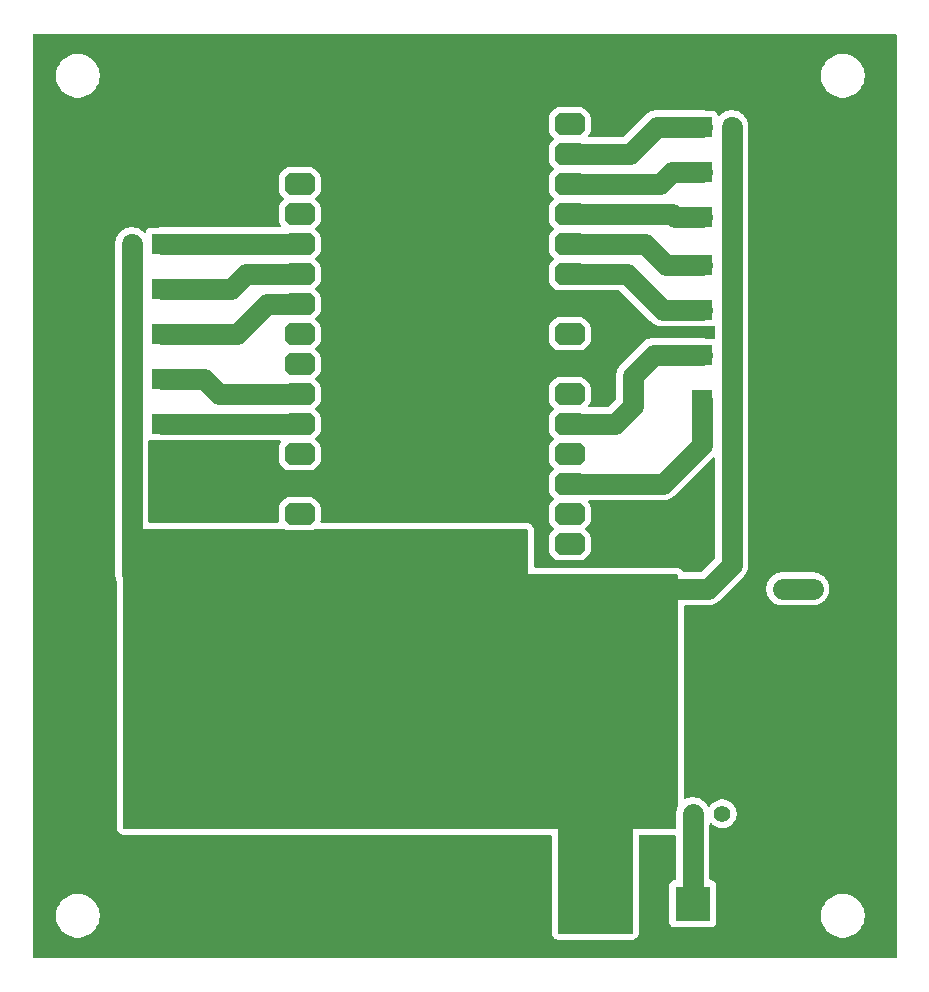
<source format=gbr>
%TF.GenerationSoftware,KiCad,Pcbnew,9.0.1*%
%TF.CreationDate,2026-02-09T08:32:13+09:00*%
%TF.ProjectId,SSP4,53535034-2e6b-4696-9361-645f70636258,rev?*%
%TF.SameCoordinates,PX5c0c740PY7b0df40*%
%TF.FileFunction,Copper,L2,Bot*%
%TF.FilePolarity,Positive*%
%FSLAX46Y46*%
G04 Gerber Fmt 4.6, Leading zero omitted, Abs format (unit mm)*
G04 Created by KiCad (PCBNEW 9.0.1) date 2026-02-09 08:32:13*
%MOMM*%
%LPD*%
G01*
G04 APERTURE LIST*
G04 Aperture macros list*
%AMOutline5P*
0 Free polygon, 5 corners , with rotation*
0 The origin of the aperture is its center*
0 number of corners: always 5*
0 $1 to $10 corner X, Y*
0 $11 Rotation angle, in degrees counterclockwise*
0 create outline with 5 corners*
4,1,5,$1,$2,$3,$4,$5,$6,$7,$8,$9,$10,$1,$2,$11*%
%AMOutline6P*
0 Free polygon, 6 corners , with rotation*
0 The origin of the aperture is its center*
0 number of corners: always 6*
0 $1 to $12 corner X, Y*
0 $13 Rotation angle, in degrees counterclockwise*
0 create outline with 6 corners*
4,1,6,$1,$2,$3,$4,$5,$6,$7,$8,$9,$10,$11,$12,$1,$2,$13*%
%AMOutline7P*
0 Free polygon, 7 corners , with rotation*
0 The origin of the aperture is its center*
0 number of corners: always 7*
0 $1 to $14 corner X, Y*
0 $15 Rotation angle, in degrees counterclockwise*
0 create outline with 7 corners*
4,1,7,$1,$2,$3,$4,$5,$6,$7,$8,$9,$10,$11,$12,$13,$14,$1,$2,$15*%
%AMOutline8P*
0 Free polygon, 8 corners , with rotation*
0 The origin of the aperture is its center*
0 number of corners: always 8*
0 $1 to $16 corner X, Y*
0 $17 Rotation angle, in degrees counterclockwise*
0 create outline with 8 corners*
4,1,8,$1,$2,$3,$4,$5,$6,$7,$8,$9,$10,$11,$12,$13,$14,$15,$16,$1,$2,$17*%
G04 Aperture macros list end*
%TA.AperFunction,ComponentPad*%
%ADD10Outline8P,-1.250000X0.540000X-0.890000X0.900000X0.890000X0.900000X1.250000X0.540000X1.250000X-0.540000X0.890000X-0.900000X-0.890000X-0.900000X-1.250000X-0.540000X0.000000*%
%TD*%
%TA.AperFunction,ComponentPad*%
%ADD11R,1.800000X1.800000*%
%TD*%
%TA.AperFunction,ComponentPad*%
%ADD12C,1.800000*%
%TD*%
%TA.AperFunction,ComponentPad*%
%ADD13R,1.700000X1.700000*%
%TD*%
%TA.AperFunction,ComponentPad*%
%ADD14O,1.700000X1.700000*%
%TD*%
%TA.AperFunction,ComponentPad*%
%ADD15C,1.600000*%
%TD*%
%TA.AperFunction,ComponentPad*%
%ADD16O,1.600000X1.600000*%
%TD*%
%TA.AperFunction,ComponentPad*%
%ADD17R,2.000000X2.000000*%
%TD*%
%TA.AperFunction,ComponentPad*%
%ADD18C,2.000000*%
%TD*%
%TA.AperFunction,ComponentPad*%
%ADD19C,1.400000*%
%TD*%
%TA.AperFunction,ComponentPad*%
%ADD20R,3.000000X3.000000*%
%TD*%
%TA.AperFunction,ComponentPad*%
%ADD21C,3.000000*%
%TD*%
%TA.AperFunction,Conductor*%
%ADD22C,1.800000*%
%TD*%
G04 APERTURE END LIST*
D10*
%TO.P,U4,1,PD0*%
%TO.N,unconnected-(U4-PD0-Pad1)*%
X22606000Y65532000D03*
%TO.P,U4,2,PD1*%
%TO.N,unconnected-(U4-PD1-Pad2)*%
X22606000Y62992000D03*
%TO.P,U4,3,PD2*%
%TO.N,m3*%
X22606000Y60452000D03*
%TO.P,U4,4,PD3*%
%TO.N,m1.1*%
X22606000Y57912000D03*
%TO.P,U4,5,PD4*%
%TO.N,m1.2*%
X22606000Y55372000D03*
%TO.P,U4,6,NC*%
%TO.N,unconnected-(U4-NC-Pad6)*%
X22606000Y52832000D03*
%TO.P,U4,7,NC*%
%TO.N,unconnected-(U4-NC-Pad7)*%
X22606000Y50292000D03*
%TO.P,U4,8,PD5*%
%TO.N,m1.3*%
X22606000Y47752000D03*
%TO.P,U4,9,PD6*%
%TO.N,m5*%
X22606000Y45212000D03*
%TO.P,U4,10,PD7*%
%TO.N,unconnected-(U4-PD7-Pad10)*%
X22606000Y42672000D03*
%TO.P,U4,11,GND*%
%TO.N,GND1*%
X22606000Y40132000D03*
%TO.P,U4,12,VCC*%
%TO.N,unconnected-(U4-VCC-Pad12)*%
X22606000Y37592000D03*
%TO.P,U4,13,VIN*%
%TO.N,+5V*%
X22606000Y35052000D03*
%TO.P,U4,14,PB0*%
%TO.N,unconnected-(U4-PB0-Pad14)*%
X45466000Y35052000D03*
%TO.P,U4,15,PB1*%
%TO.N,unconnected-(U4-PB1-Pad15)*%
X45466000Y37592000D03*
%TO.P,U4,16,PB2*%
%TO.N,m8*%
X45466000Y40132000D03*
%TO.P,U4,17,PB3*%
%TO.N,unconnected-(U4-PB3-Pad17)*%
X45466000Y42672000D03*
%TO.P,U4,18,PB4*%
%TO.N,m7*%
X45466000Y45212000D03*
%TO.P,U4,19,PB5*%
%TO.N,unconnected-(U4-PB5-Pad19)*%
X45466000Y47752000D03*
%TO.P,U4,20,ARFE*%
%TO.N,unconnected-(U4-ARFE-Pad20)*%
X45466000Y52832000D03*
%TO.P,U4,21,GND*%
%TO.N,GND1*%
X45466000Y55372000D03*
%TO.P,U4,22,PC0*%
%TO.N,m6*%
X45466000Y57912000D03*
%TO.P,U4,23,PC1*%
%TO.N,m2.3*%
X45466000Y60452000D03*
%TO.P,U4,24,PC2*%
%TO.N,m2.2*%
X45466000Y62992000D03*
%TO.P,U4,25,PC3*%
%TO.N,m2.1*%
X45466000Y65532000D03*
%TO.P,U4,26,PC4*%
%TO.N,m4*%
X45466000Y68072000D03*
%TO.P,U4,27,PC5*%
%TO.N,unconnected-(U4-PC5-Pad27)*%
X45466000Y70612000D03*
%TD*%
D11*
%TO.P,D1,1,K*%
%TO.N,GND1*%
X68580000Y31242000D03*
D12*
%TO.P,D1,2,A*%
%TO.N,Net-(D1-A)*%
X66040000Y31242000D03*
%TD*%
D13*
%TO.P,M1,1,PWM*%
%TO.N,m1.1*%
X10922000Y56642000D03*
D14*
%TO.P,M1,2,+*%
%TO.N,+5V*%
X8382000Y56642000D03*
%TO.P,M1,3,-*%
%TO.N,GND1*%
X5842000Y56642000D03*
%TD*%
D15*
%TO.P,C2,1*%
%TO.N,GND1*%
X41910000Y3302000D03*
%TO.P,C2,2*%
%TO.N,+5V*%
X46910000Y3302000D03*
%TD*%
D13*
%TO.P,M8,1,PWM*%
%TO.N,m2.2*%
X56642000Y62738000D03*
D14*
%TO.P,M8,2,+*%
%TO.N,+5V*%
X59182000Y62738000D03*
%TO.P,M8,3,-*%
%TO.N,GND1*%
X61722000Y62738000D03*
%TD*%
D13*
%TO.P,M12,1,PWM*%
%TO.N,m8*%
X56642000Y47244000D03*
D14*
%TO.P,M12,2,+*%
%TO.N,+5V*%
X59182000Y47244000D03*
%TO.P,M12,3,-*%
%TO.N,GND1*%
X61722000Y47244000D03*
%TD*%
D13*
%TO.P,M2,1,PWM*%
%TO.N,m1.2*%
X10922000Y52832000D03*
D14*
%TO.P,M2,2,+*%
%TO.N,+5V*%
X8382000Y52832000D03*
%TO.P,M2,3,-*%
%TO.N,GND1*%
X5842000Y52832000D03*
%TD*%
D15*
%TO.P,R1,1*%
%TO.N,+5V*%
X53340000Y31242000D03*
D16*
%TO.P,R1,2*%
%TO.N,Net-(D1-A)*%
X63500000Y31242000D03*
%TD*%
D13*
%TO.P,M4,1,PWM*%
%TO.N,m3*%
X10922000Y60452000D03*
D14*
%TO.P,M4,2,+*%
%TO.N,+5V*%
X8382000Y60452000D03*
%TO.P,M4,3,-*%
%TO.N,GND1*%
X5842000Y60452000D03*
%TD*%
D17*
%TO.P,C1,1*%
%TO.N,+5V*%
X53512323Y22352000D03*
D18*
%TO.P,C1,2*%
%TO.N,GND1*%
X58512323Y22352000D03*
%TD*%
D13*
%TO.P,M3,1,PWM*%
%TO.N,m1.3*%
X10922000Y49022000D03*
D14*
%TO.P,M3,2,+*%
%TO.N,+5V*%
X8382000Y49022000D03*
%TO.P,M3,3,-*%
%TO.N,GND1*%
X5842000Y49022000D03*
%TD*%
D13*
%TO.P,M10,1,PWM*%
%TO.N,m4*%
X56642000Y70358000D03*
D14*
%TO.P,M10,2,+*%
%TO.N,+5V*%
X59182000Y70358000D03*
%TO.P,M10,3,-*%
%TO.N,GND1*%
X61722000Y70358000D03*
%TD*%
D13*
%TO.P,M7,1,PWM*%
%TO.N,m2.1*%
X56642000Y66548000D03*
D14*
%TO.P,M7,2,+*%
%TO.N,+5V*%
X59182000Y66548000D03*
%TO.P,M7,3,-*%
%TO.N,GND1*%
X61722000Y66548000D03*
%TD*%
D19*
%TO.P,S1,1,NC*%
%TO.N,unconnected-(S1-NC-Pad1)*%
X58380000Y12192000D03*
%TO.P,S1,2,COM*%
%TO.N,VCC*%
X55880000Y12192000D03*
%TO.P,S1,3,NO*%
%TO.N,+5V*%
X53380000Y12192000D03*
%TD*%
D20*
%TO.P,J1,1,Pin_1*%
%TO.N,VCC*%
X55880000Y4572000D03*
D21*
%TO.P,J1,2,Pin_2*%
%TO.N,GND1*%
X60960000Y4572000D03*
%TD*%
D13*
%TO.P,M5,1,PWM*%
%TO.N,m5*%
X10922000Y45212000D03*
D14*
%TO.P,M5,2,+*%
%TO.N,+5V*%
X8382000Y45212000D03*
%TO.P,M5,3,-*%
%TO.N,GND1*%
X5842000Y45212000D03*
%TD*%
D13*
%TO.P,M6,1,PWM*%
%TO.N,m7*%
X56642000Y51054000D03*
D14*
%TO.P,M6,2,+*%
%TO.N,+5V*%
X59182000Y51054000D03*
%TO.P,M6,3,-*%
%TO.N,GND1*%
X61722000Y51054000D03*
%TD*%
D13*
%TO.P,M9,1,PWM*%
%TO.N,m2.3*%
X56642000Y58674000D03*
D14*
%TO.P,M9,2,+*%
%TO.N,+5V*%
X59182000Y58674000D03*
%TO.P,M9,3,-*%
%TO.N,GND1*%
X61722000Y58674000D03*
%TD*%
D13*
%TO.P,M11,1,PWM*%
%TO.N,m6*%
X56642000Y54864000D03*
D14*
%TO.P,M11,2,+*%
%TO.N,+5V*%
X59182000Y54864000D03*
%TO.P,M11,3,-*%
%TO.N,GND1*%
X61722000Y54864000D03*
%TD*%
D22*
%TO.N,+5V*%
X59182000Y33274000D02*
X57150000Y31242000D01*
X59182000Y47244000D02*
X59182000Y33274000D01*
X59182000Y70358000D02*
X59182000Y47244000D01*
X8382000Y45212000D02*
X8382000Y60452000D01*
X57150000Y31242000D02*
X53340000Y31242000D01*
X8382000Y49022000D02*
X8382000Y32512000D01*
X53380000Y23622000D02*
X53340000Y23622000D01*
%TO.N,VCC*%
X55880000Y12192000D02*
X55880000Y4572000D01*
%TO.N,m1.1*%
X10922000Y56642000D02*
X16764000Y56642000D01*
X18034000Y57912000D02*
X22606000Y57912000D01*
X16764000Y56642000D02*
X18034000Y57912000D01*
%TO.N,m3*%
X10922000Y60452000D02*
X22606000Y60452000D01*
%TO.N,m5*%
X10922000Y45212000D02*
X22606000Y45212000D01*
%TO.N,m7*%
X56642000Y51054000D02*
X52558000Y51054000D01*
X50800000Y46736000D02*
X49276000Y45212000D01*
X52558000Y51054000D02*
X50800000Y49296000D01*
X49276000Y45212000D02*
X45466000Y45212000D01*
X50800000Y49296000D02*
X50800000Y46736000D01*
%TO.N,m1.2*%
X22606000Y55372000D02*
X19812000Y55372000D01*
X19812000Y55372000D02*
X17272000Y52832000D01*
X17272000Y52832000D02*
X10922000Y52832000D01*
%TO.N,m4*%
X50546000Y68072000D02*
X45466000Y68072000D01*
X52832000Y70358000D02*
X50546000Y68072000D01*
X56642000Y70358000D02*
X52832000Y70358000D01*
%TO.N,m6*%
X53340000Y54864000D02*
X50292000Y57912000D01*
X50292000Y57912000D02*
X45466000Y57912000D01*
X56642000Y54864000D02*
X53340000Y54864000D01*
%TO.N,m8*%
X56642000Y43434000D02*
X53340000Y40132000D01*
X56642000Y47244000D02*
X56642000Y43434000D01*
X53340000Y40132000D02*
X45466000Y40132000D01*
%TO.N,Net-(D1-A)*%
X66040000Y31242000D02*
X63500000Y31242000D01*
%TO.N,m1.3*%
X14478000Y49022000D02*
X10922000Y49022000D01*
X22606000Y47752000D02*
X15748000Y47752000D01*
X15748000Y47752000D02*
X14478000Y49022000D01*
%TO.N,m2.1*%
X54102000Y66548000D02*
X56642000Y66548000D01*
X53086000Y65532000D02*
X54102000Y66548000D01*
X45466000Y65532000D02*
X53086000Y65532000D01*
%TO.N,m2.2*%
X56642000Y62738000D02*
X54356000Y62738000D01*
X54356000Y62738000D02*
X54102000Y62992000D01*
X54102000Y62992000D02*
X45466000Y62992000D01*
%TO.N,m2.3*%
X53594000Y58674000D02*
X56642000Y58674000D01*
X51816000Y60452000D02*
X53594000Y58674000D01*
X45466000Y60452000D02*
X51816000Y60452000D01*
%TD*%
%TA.AperFunction,Conductor*%
%TO.N,+5V*%
G36*
X21385948Y36302315D02*
G01*
X21394969Y36295933D01*
X21453859Y36250186D01*
X21588951Y36194229D01*
X21674370Y36183500D01*
X23537625Y36183499D01*
X23623048Y36194229D01*
X23758140Y36250186D01*
X23817020Y36295926D01*
X23882037Y36321506D01*
X23893090Y36322000D01*
X41786000Y36322000D01*
X41853039Y36302315D01*
X41898794Y36249511D01*
X41910000Y36198000D01*
X41910000Y32512000D01*
X54486000Y32512000D01*
X54553039Y32492315D01*
X54598794Y32439511D01*
X54610000Y32388000D01*
X54610000Y12831743D01*
X54596485Y12775449D01*
X54574694Y12732684D01*
X54506182Y12521825D01*
X54471500Y12302851D01*
X54471500Y11046000D01*
X54451815Y10978961D01*
X54399011Y10933206D01*
X54347500Y10922000D01*
X50800000Y10922000D01*
X50800000Y2156000D01*
X50780315Y2088961D01*
X50727511Y2043206D01*
X50676000Y2032000D01*
X44574000Y2032000D01*
X44506961Y2051685D01*
X44461206Y2104489D01*
X44450000Y2156000D01*
X44450000Y10922000D01*
X7744000Y10922000D01*
X7676961Y10941685D01*
X7631206Y10994489D01*
X7620000Y11046000D01*
X7620000Y36198000D01*
X7639685Y36265039D01*
X7692489Y36310794D01*
X7744000Y36322000D01*
X21318909Y36322000D01*
X21385948Y36302315D01*
G37*
%TD.AperFunction*%
%TD*%
%TA.AperFunction,Conductor*%
%TO.N,GND1*%
G36*
X73094539Y78211815D02*
G01*
X73140294Y78159011D01*
X73151500Y78107500D01*
X73151500Y124500D01*
X73131815Y57461D01*
X73079011Y11706D01*
X73027500Y500D01*
X124500Y500D01*
X57461Y20185D01*
X11706Y72989D01*
X500Y124500D01*
X500Y3677289D01*
X1959500Y3677289D01*
X1959500Y3434712D01*
X1991161Y3194215D01*
X2053947Y2959896D01*
X2146773Y2735795D01*
X2146776Y2735788D01*
X2268064Y2525711D01*
X2268066Y2525708D01*
X2268067Y2525707D01*
X2415733Y2333264D01*
X2415739Y2333257D01*
X2587256Y2161740D01*
X2587263Y2161734D01*
X2700321Y2074982D01*
X2779711Y2014064D01*
X2989788Y1892776D01*
X3213900Y1799946D01*
X3448211Y1737162D01*
X3628586Y1713416D01*
X3688711Y1705500D01*
X3688712Y1705500D01*
X3931289Y1705500D01*
X3979388Y1711833D01*
X4171789Y1737162D01*
X4406100Y1799946D01*
X4630212Y1892776D01*
X4840289Y2014064D01*
X5032738Y2161735D01*
X5204265Y2333262D01*
X5351936Y2525711D01*
X5473224Y2735788D01*
X5566054Y2959900D01*
X5628838Y3194211D01*
X5660500Y3434712D01*
X5660500Y3677288D01*
X5628838Y3917789D01*
X5566054Y4152100D01*
X5473224Y4376212D01*
X5351936Y4586289D01*
X5204265Y4778738D01*
X5204260Y4778744D01*
X5032743Y4950261D01*
X5032736Y4950267D01*
X4840293Y5097933D01*
X4840292Y5097934D01*
X4840289Y5097936D01*
X4630212Y5219224D01*
X4630205Y5219227D01*
X4406104Y5312053D01*
X4171785Y5374839D01*
X3931289Y5406500D01*
X3931288Y5406500D01*
X3688712Y5406500D01*
X3688711Y5406500D01*
X3448214Y5374839D01*
X3213895Y5312053D01*
X2989794Y5219227D01*
X2989785Y5219223D01*
X2779706Y5097933D01*
X2587263Y4950267D01*
X2587256Y4950261D01*
X2415739Y4778744D01*
X2415733Y4778737D01*
X2268067Y4586294D01*
X2146777Y4376215D01*
X2146773Y4376206D01*
X2053947Y4152105D01*
X1991161Y3917786D01*
X1959500Y3677289D01*
X500Y3677289D01*
X500Y60562851D01*
X6973500Y60562851D01*
X6973500Y32401150D01*
X7008182Y32182176D01*
X7076694Y31971318D01*
X7092984Y31939349D01*
X7106500Y31883053D01*
X7106500Y11046000D01*
X7106501Y11045991D01*
X7118235Y10936849D01*
X7118237Y10936837D01*
X7129443Y10885327D01*
X7164106Y10781180D01*
X7164109Y10781174D01*
X7243128Y10658219D01*
X7243134Y10658212D01*
X7288879Y10605419D01*
X7288882Y10605416D01*
X7399335Y10509706D01*
X7399337Y10509705D01*
X7399339Y10509703D01*
X7532287Y10448986D01*
X7599326Y10429301D01*
X7599330Y10429300D01*
X7744000Y10408500D01*
X43812500Y10408500D01*
X43879539Y10388815D01*
X43925294Y10336011D01*
X43936500Y10284500D01*
X43936500Y2156000D01*
X43936501Y2155991D01*
X43948235Y2046849D01*
X43948237Y2046837D01*
X43959443Y1995327D01*
X43994106Y1891180D01*
X43994109Y1891174D01*
X44073128Y1768219D01*
X44073134Y1768212D01*
X44118879Y1715419D01*
X44118882Y1715416D01*
X44118884Y1715414D01*
X44135657Y1700880D01*
X44229335Y1619706D01*
X44229337Y1619705D01*
X44229339Y1619703D01*
X44362287Y1558986D01*
X44429326Y1539301D01*
X44429330Y1539300D01*
X44574000Y1518500D01*
X44574003Y1518500D01*
X50675990Y1518500D01*
X50676000Y1518500D01*
X50785157Y1530236D01*
X50836668Y1541442D01*
X50871440Y1553016D01*
X50940820Y1576107D01*
X50940824Y1576110D01*
X50940827Y1576110D01*
X51063782Y1655129D01*
X51116586Y1700884D01*
X51212297Y1811339D01*
X51273014Y1944287D01*
X51292699Y2011326D01*
X51292700Y2011330D01*
X51313500Y2156000D01*
X51313500Y10284500D01*
X51333185Y10351539D01*
X51385989Y10397294D01*
X51437500Y10408500D01*
X54347500Y10408500D01*
X54414539Y10388815D01*
X54460294Y10336011D01*
X54471500Y10284500D01*
X54471500Y6704500D01*
X54451815Y6637461D01*
X54399011Y6591706D01*
X54347500Y6580500D01*
X54331345Y6580500D01*
X54270797Y6573989D01*
X54270795Y6573989D01*
X54133795Y6522889D01*
X54016739Y6435261D01*
X53929111Y6318205D01*
X53878011Y6181205D01*
X53878011Y6181203D01*
X53871500Y6120655D01*
X53871500Y3023346D01*
X53878011Y2962798D01*
X53878011Y2962796D01*
X53929111Y2825796D01*
X54016739Y2708739D01*
X54133796Y2621111D01*
X54270799Y2570011D01*
X54298050Y2567082D01*
X54331345Y2563501D01*
X54331362Y2563500D01*
X57428638Y2563500D01*
X57428654Y2563501D01*
X57455692Y2566409D01*
X57489201Y2570011D01*
X57626204Y2621111D01*
X57743261Y2708739D01*
X57830889Y2825796D01*
X57881989Y2962799D01*
X57885591Y2996308D01*
X57888499Y3023346D01*
X57888500Y3023363D01*
X57888500Y3677289D01*
X66729500Y3677289D01*
X66729500Y3434712D01*
X66761161Y3194215D01*
X66823947Y2959896D01*
X66916773Y2735795D01*
X66916776Y2735788D01*
X67038064Y2525711D01*
X67038066Y2525708D01*
X67038067Y2525707D01*
X67185733Y2333264D01*
X67185739Y2333257D01*
X67357256Y2161740D01*
X67357263Y2161734D01*
X67470321Y2074982D01*
X67549711Y2014064D01*
X67759788Y1892776D01*
X67983900Y1799946D01*
X68218211Y1737162D01*
X68398586Y1713416D01*
X68458711Y1705500D01*
X68458712Y1705500D01*
X68701289Y1705500D01*
X68749388Y1711833D01*
X68941789Y1737162D01*
X69176100Y1799946D01*
X69400212Y1892776D01*
X69610289Y2014064D01*
X69802738Y2161735D01*
X69974265Y2333262D01*
X70121936Y2525711D01*
X70243224Y2735788D01*
X70336054Y2959900D01*
X70398838Y3194211D01*
X70430500Y3434712D01*
X70430500Y3677288D01*
X70398838Y3917789D01*
X70336054Y4152100D01*
X70243224Y4376212D01*
X70121936Y4586289D01*
X69974265Y4778738D01*
X69974260Y4778744D01*
X69802743Y4950261D01*
X69802736Y4950267D01*
X69610293Y5097933D01*
X69610292Y5097934D01*
X69610289Y5097936D01*
X69400212Y5219224D01*
X69400205Y5219227D01*
X69176104Y5312053D01*
X68941785Y5374839D01*
X68701289Y5406500D01*
X68701288Y5406500D01*
X68458712Y5406500D01*
X68458711Y5406500D01*
X68218214Y5374839D01*
X67983895Y5312053D01*
X67759794Y5219227D01*
X67759785Y5219223D01*
X67549706Y5097933D01*
X67357263Y4950267D01*
X67357256Y4950261D01*
X67185739Y4778744D01*
X67185733Y4778737D01*
X67038067Y4586294D01*
X66916777Y4376215D01*
X66916773Y4376206D01*
X66823947Y4152105D01*
X66761161Y3917786D01*
X66729500Y3677289D01*
X57888500Y3677289D01*
X57888500Y6120638D01*
X57888499Y6120655D01*
X57885157Y6151730D01*
X57881989Y6181201D01*
X57830889Y6318204D01*
X57743261Y6435261D01*
X57626204Y6522889D01*
X57489203Y6573989D01*
X57428654Y6580500D01*
X57428638Y6580500D01*
X57412500Y6580500D01*
X57345461Y6600185D01*
X57299706Y6652989D01*
X57288500Y6704500D01*
X57288500Y11275061D01*
X57308185Y11342100D01*
X57360989Y11387855D01*
X57430147Y11397799D01*
X57493703Y11368774D01*
X57500181Y11362742D01*
X57592715Y11270208D01*
X57746608Y11158398D01*
X57826683Y11117598D01*
X57916092Y11072041D01*
X57916094Y11072041D01*
X57916097Y11072039D01*
X58013070Y11040531D01*
X58097008Y11013257D01*
X58284884Y10983500D01*
X58284889Y10983500D01*
X58475116Y10983500D01*
X58662991Y11013257D01*
X58843903Y11072039D01*
X59013392Y11158398D01*
X59167285Y11270208D01*
X59301792Y11404715D01*
X59413602Y11558608D01*
X59499961Y11728097D01*
X59558743Y11909009D01*
X59588500Y12096884D01*
X59588500Y12287117D01*
X59558743Y12474992D01*
X59499959Y12655908D01*
X59427584Y12797950D01*
X59413602Y12825392D01*
X59301792Y12979285D01*
X59167285Y13113792D01*
X59013392Y13225602D01*
X58843907Y13311960D01*
X58662991Y13370744D01*
X58475116Y13400500D01*
X58475111Y13400500D01*
X58284889Y13400500D01*
X58284884Y13400500D01*
X58097008Y13370744D01*
X57916092Y13311960D01*
X57746607Y13225602D01*
X57658806Y13161811D01*
X57592715Y13113792D01*
X57592713Y13113790D01*
X57592712Y13113790D01*
X57458210Y12979288D01*
X57458210Y12979287D01*
X57458208Y12979285D01*
X57354870Y12837053D01*
X57343534Y12821450D01*
X57341849Y12822674D01*
X57296480Y12781661D01*
X57227546Y12770266D01*
X57163394Y12797950D01*
X57132125Y12837053D01*
X57084656Y12930216D01*
X57049005Y12979285D01*
X56954343Y13109576D01*
X56797576Y13266343D01*
X56618215Y13396657D01*
X56610673Y13400500D01*
X56420680Y13497307D01*
X56209824Y13565818D01*
X55990851Y13600500D01*
X55769149Y13600500D01*
X55700904Y13589691D01*
X55550175Y13565818D01*
X55452346Y13534032D01*
X55339324Y13497308D01*
X55339321Y13497307D01*
X55339319Y13497306D01*
X55303793Y13479205D01*
X55235124Y13466310D01*
X55170384Y13492588D01*
X55130128Y13549695D01*
X55123500Y13589691D01*
X55123500Y29709500D01*
X55143185Y29776539D01*
X55195989Y29822294D01*
X55247500Y29833500D01*
X57260850Y29833500D01*
X57260851Y29833500D01*
X57479824Y29868182D01*
X57690676Y29936692D01*
X57888215Y30037343D01*
X58067576Y30167657D01*
X58224343Y30324424D01*
X59252770Y31352851D01*
X62091500Y31352851D01*
X62091500Y31131150D01*
X62126182Y30912176D01*
X62194693Y30701320D01*
X62295343Y30503785D01*
X62425657Y30324424D01*
X62582424Y30167657D01*
X62761785Y30037343D01*
X62855114Y29989790D01*
X62959319Y29936694D01*
X62959321Y29936694D01*
X62959324Y29936692D01*
X63170176Y29868182D01*
X63389149Y29833500D01*
X63389150Y29833500D01*
X66150850Y29833500D01*
X66150851Y29833500D01*
X66369824Y29868182D01*
X66580676Y29936692D01*
X66778215Y30037343D01*
X66957576Y30167657D01*
X67114343Y30324424D01*
X67244657Y30503785D01*
X67345308Y30701324D01*
X67413818Y30912176D01*
X67448500Y31131149D01*
X67448500Y31352851D01*
X67413818Y31571824D01*
X67345308Y31782676D01*
X67345306Y31782679D01*
X67345306Y31782681D01*
X67244656Y31980216D01*
X67114343Y32159576D01*
X66957576Y32316343D01*
X66778215Y32446657D01*
X66580680Y32547307D01*
X66369824Y32615818D01*
X66150851Y32650500D01*
X63389149Y32650500D01*
X63279662Y32633159D01*
X63170175Y32615818D01*
X62959319Y32547307D01*
X62761784Y32446657D01*
X62699150Y32401150D01*
X62582424Y32316343D01*
X62582422Y32316341D01*
X62582421Y32316341D01*
X62425659Y32159579D01*
X62425659Y32159578D01*
X62425657Y32159576D01*
X62369692Y32082548D01*
X62295343Y31980216D01*
X62194693Y31782681D01*
X62126182Y31571825D01*
X62091500Y31352851D01*
X59252770Y31352851D01*
X60256343Y32356424D01*
X60386657Y32535785D01*
X60487308Y32733324D01*
X60555818Y32944176D01*
X60568698Y33025500D01*
X60590500Y33163149D01*
X60590500Y47354851D01*
X60590500Y70468851D01*
X60555818Y70687824D01*
X60487308Y70898676D01*
X60487306Y70898679D01*
X60487306Y70898681D01*
X60386656Y71096216D01*
X60256343Y71275576D01*
X60099576Y71432343D01*
X59920215Y71562657D01*
X59903329Y71571261D01*
X59722680Y71663307D01*
X59511824Y71731818D01*
X59511818Y71731819D01*
X59292851Y71766500D01*
X59071149Y71766500D01*
X58961662Y71749159D01*
X58852175Y71731818D01*
X58641319Y71663307D01*
X58443784Y71562657D01*
X58264425Y71432344D01*
X58172609Y71340528D01*
X58111285Y71307044D01*
X58041594Y71312028D01*
X57985660Y71353900D01*
X57968748Y71384872D01*
X57942889Y71454204D01*
X57855261Y71571261D01*
X57738204Y71658889D01*
X57726351Y71663310D01*
X57601203Y71709989D01*
X57540654Y71716500D01*
X57540638Y71716500D01*
X57038608Y71716500D01*
X57000290Y71722569D01*
X56983625Y71727984D01*
X56971822Y71731819D01*
X56794058Y71759974D01*
X56752851Y71766500D01*
X52721149Y71766500D01*
X52648158Y71754940D01*
X52502174Y71731818D01*
X52291325Y71663310D01*
X52093784Y71562657D01*
X51914420Y71432341D01*
X49998900Y69516819D01*
X49937577Y69483334D01*
X49911219Y69480500D01*
X47142990Y69480500D01*
X47075951Y69500185D01*
X47030196Y69552989D01*
X47020252Y69622147D01*
X47049277Y69685703D01*
X47055309Y69692181D01*
X47105002Y69741874D01*
X47157814Y69809859D01*
X47213771Y69944951D01*
X47224500Y70030370D01*
X47224501Y71193625D01*
X47213771Y71279048D01*
X47157814Y71414140D01*
X47157813Y71414143D01*
X47105005Y71482122D01*
X47104991Y71482137D01*
X46686131Y71900997D01*
X46686126Y71901002D01*
X46618141Y71953814D01*
X46618140Y71953815D01*
X46539005Y71986594D01*
X46483049Y72009771D01*
X46461694Y72012454D01*
X46397633Y72020500D01*
X46397626Y72020501D01*
X44534371Y72020501D01*
X44448954Y72009772D01*
X44448950Y72009771D01*
X44313857Y71953814D01*
X44245878Y71901006D01*
X44245863Y71900992D01*
X43827003Y71482132D01*
X43826998Y71482126D01*
X43774185Y71414141D01*
X43718229Y71279049D01*
X43707500Y71193634D01*
X43707499Y71193627D01*
X43707499Y70030372D01*
X43718228Y69944955D01*
X43718229Y69944951D01*
X43774186Y69809858D01*
X43826994Y69741879D01*
X43827008Y69741864D01*
X44139191Y69429681D01*
X44172676Y69368358D01*
X44167692Y69298666D01*
X44139191Y69254319D01*
X43827003Y68942132D01*
X43826998Y68942126D01*
X43774185Y68874141D01*
X43718229Y68739049D01*
X43707500Y68653634D01*
X43707499Y68653627D01*
X43707499Y67490372D01*
X43718228Y67404955D01*
X43718229Y67404951D01*
X43774186Y67269858D01*
X43826994Y67201879D01*
X43827008Y67201864D01*
X44139191Y66889681D01*
X44172676Y66828358D01*
X44167692Y66758666D01*
X44139191Y66714319D01*
X43827003Y66402132D01*
X43826998Y66402126D01*
X43774185Y66334141D01*
X43718229Y66199049D01*
X43707500Y66113634D01*
X43707499Y66113627D01*
X43707499Y64950372D01*
X43718228Y64864955D01*
X43718229Y64864951D01*
X43774186Y64729858D01*
X43826994Y64661879D01*
X43827008Y64661864D01*
X44139191Y64349681D01*
X44172676Y64288358D01*
X44167692Y64218666D01*
X44139191Y64174319D01*
X43827003Y63862132D01*
X43826998Y63862126D01*
X43774185Y63794141D01*
X43718229Y63659049D01*
X43707500Y63573634D01*
X43707499Y63573627D01*
X43707499Y62410372D01*
X43718228Y62324955D01*
X43718229Y62324951D01*
X43774186Y62189858D01*
X43826994Y62121879D01*
X43827008Y62121864D01*
X44139191Y61809681D01*
X44172676Y61748358D01*
X44167692Y61678666D01*
X44139191Y61634319D01*
X43827003Y61322132D01*
X43826998Y61322126D01*
X43774185Y61254141D01*
X43718229Y61119049D01*
X43707500Y61033634D01*
X43707499Y61033627D01*
X43707499Y59870372D01*
X43718228Y59784955D01*
X43718229Y59784951D01*
X43774186Y59649858D01*
X43826994Y59581879D01*
X43827008Y59581864D01*
X44139191Y59269681D01*
X44172676Y59208358D01*
X44167692Y59138666D01*
X44139191Y59094319D01*
X43827003Y58782132D01*
X43826998Y58782126D01*
X43774185Y58714141D01*
X43718229Y58579049D01*
X43707500Y58493634D01*
X43707499Y58493627D01*
X43707499Y57330372D01*
X43718228Y57244955D01*
X43718229Y57244951D01*
X43774186Y57109858D01*
X43826994Y57041879D01*
X43826998Y57041875D01*
X43827003Y57041869D01*
X44245874Y56622998D01*
X44313859Y56570186D01*
X44448951Y56514229D01*
X44534370Y56503500D01*
X46397625Y56503499D01*
X46397633Y56503500D01*
X49657219Y56503500D01*
X49724258Y56483815D01*
X49744900Y56467181D01*
X52265657Y53946424D01*
X52422424Y53789657D01*
X52601785Y53659343D01*
X52651243Y53634143D01*
X52799319Y53558694D01*
X52799321Y53558694D01*
X52799324Y53558692D01*
X53010176Y53490182D01*
X53229149Y53455500D01*
X53229150Y53455500D01*
X56752850Y53455500D01*
X56752851Y53455500D01*
X56971824Y53490182D01*
X57000290Y53499432D01*
X57038608Y53505500D01*
X57540638Y53505500D01*
X57540654Y53505501D01*
X57601201Y53512011D01*
X57606164Y53513862D01*
X57675855Y53518848D01*
X57737179Y53485364D01*
X57770666Y53424042D01*
X57773500Y53397681D01*
X57773500Y52520320D01*
X57753815Y52453281D01*
X57701011Y52407526D01*
X57631853Y52397582D01*
X57606172Y52404136D01*
X57601203Y52405989D01*
X57540654Y52412500D01*
X57540638Y52412500D01*
X57038608Y52412500D01*
X57000290Y52418569D01*
X56983625Y52423984D01*
X56971822Y52427819D01*
X56794058Y52455974D01*
X56752851Y52462500D01*
X52447149Y52462500D01*
X52447144Y52462500D01*
X52258115Y52432560D01*
X52258114Y52432560D01*
X52228179Y52427820D01*
X52228173Y52427818D01*
X52181031Y52412501D01*
X52181032Y52412500D01*
X52017319Y52359307D01*
X51867321Y52282878D01*
X51819785Y52258657D01*
X51819784Y52258656D01*
X51811886Y52252918D01*
X51811885Y52252919D01*
X51811885Y52252918D01*
X51640429Y52128349D01*
X51640424Y52128345D01*
X49882424Y50370343D01*
X49725659Y50213579D01*
X49725659Y50213578D01*
X49725657Y50213576D01*
X49669692Y50136548D01*
X49595343Y50034216D01*
X49494693Y49836681D01*
X49426182Y49625825D01*
X49391500Y49406851D01*
X49391500Y47370782D01*
X49371815Y47303743D01*
X49355181Y47283101D01*
X48728900Y46656819D01*
X48667577Y46623334D01*
X48641219Y46620500D01*
X47142990Y46620500D01*
X47075951Y46640185D01*
X47030196Y46692989D01*
X47020252Y46762147D01*
X47049277Y46825703D01*
X47055309Y46832181D01*
X47105002Y46881874D01*
X47157814Y46949859D01*
X47213771Y47084951D01*
X47224500Y47170370D01*
X47224501Y48333625D01*
X47213771Y48419048D01*
X47157814Y48554140D01*
X47157813Y48554143D01*
X47105005Y48622122D01*
X47104991Y48622137D01*
X46686131Y49040997D01*
X46686126Y49041002D01*
X46618141Y49093814D01*
X46618140Y49093815D01*
X46523897Y49132851D01*
X46483049Y49149771D01*
X46461694Y49152454D01*
X46397633Y49160500D01*
X46397626Y49160501D01*
X44534371Y49160501D01*
X44448954Y49149772D01*
X44448950Y49149771D01*
X44313857Y49093814D01*
X44245878Y49041006D01*
X44245863Y49040992D01*
X43827003Y48622132D01*
X43826998Y48622126D01*
X43774185Y48554141D01*
X43718229Y48419049D01*
X43707500Y48333634D01*
X43707499Y48333627D01*
X43707499Y47170372D01*
X43718228Y47084955D01*
X43718229Y47084951D01*
X43774186Y46949858D01*
X43826994Y46881879D01*
X43827008Y46881864D01*
X44139191Y46569681D01*
X44172676Y46508358D01*
X44167692Y46438666D01*
X44139191Y46394319D01*
X43827003Y46082132D01*
X43826998Y46082126D01*
X43774185Y46014141D01*
X43718229Y45879049D01*
X43707500Y45793634D01*
X43707499Y45793627D01*
X43707499Y44630372D01*
X43718228Y44544955D01*
X43718229Y44544951D01*
X43774186Y44409858D01*
X43826994Y44341879D01*
X43827008Y44341864D01*
X44139191Y44029681D01*
X44172676Y43968358D01*
X44167692Y43898666D01*
X44139191Y43854319D01*
X43827003Y43542132D01*
X43826998Y43542126D01*
X43774185Y43474141D01*
X43718229Y43339049D01*
X43707500Y43253634D01*
X43707499Y43253627D01*
X43707499Y42090372D01*
X43718228Y42004955D01*
X43718229Y42004951D01*
X43774186Y41869858D01*
X43826994Y41801879D01*
X43827008Y41801864D01*
X44139191Y41489681D01*
X44172676Y41428358D01*
X44167692Y41358666D01*
X44139191Y41314319D01*
X43827003Y41002132D01*
X43826998Y41002126D01*
X43774185Y40934141D01*
X43718229Y40799049D01*
X43707500Y40713634D01*
X43707499Y40713627D01*
X43707499Y39550372D01*
X43718228Y39464955D01*
X43718229Y39464951D01*
X43774186Y39329858D01*
X43826994Y39261879D01*
X43827008Y39261864D01*
X44139191Y38949681D01*
X44172676Y38888358D01*
X44167692Y38818666D01*
X44139191Y38774319D01*
X43827003Y38462132D01*
X43826998Y38462126D01*
X43774185Y38394141D01*
X43718229Y38259049D01*
X43707500Y38173634D01*
X43707499Y38173627D01*
X43707499Y37010372D01*
X43718228Y36924955D01*
X43718229Y36924951D01*
X43774186Y36789858D01*
X43826994Y36721879D01*
X43827008Y36721864D01*
X44139191Y36409681D01*
X44172676Y36348358D01*
X44167692Y36278666D01*
X44139191Y36234319D01*
X43827003Y35922132D01*
X43826998Y35922126D01*
X43774185Y35854141D01*
X43718229Y35719049D01*
X43707500Y35633634D01*
X43707499Y35633627D01*
X43707499Y34470372D01*
X43718228Y34384955D01*
X43718229Y34384951D01*
X43774186Y34249858D01*
X43826994Y34181879D01*
X43826998Y34181875D01*
X43827003Y34181869D01*
X44245874Y33762998D01*
X44313859Y33710186D01*
X44448951Y33654229D01*
X44534370Y33643500D01*
X46397625Y33643499D01*
X46483048Y33654229D01*
X46618140Y33710186D01*
X46618140Y33710187D01*
X46618142Y33710187D01*
X46686121Y33762995D01*
X46686122Y33762997D01*
X46686131Y33763003D01*
X47105002Y34181874D01*
X47157814Y34249859D01*
X47213771Y34384951D01*
X47224500Y34470370D01*
X47224501Y35633625D01*
X47213771Y35719048D01*
X47157814Y35854140D01*
X47157813Y35854143D01*
X47105005Y35922122D01*
X47104991Y35922137D01*
X46792809Y36234319D01*
X46759324Y36295642D01*
X46764308Y36365334D01*
X46792809Y36409681D01*
X46845955Y36462827D01*
X47105002Y36721874D01*
X47157814Y36789859D01*
X47213771Y36924951D01*
X47224500Y37010370D01*
X47224501Y38173625D01*
X47213771Y38259048D01*
X47157814Y38394140D01*
X47157813Y38394143D01*
X47105005Y38462122D01*
X47104991Y38462137D01*
X47055309Y38511819D01*
X47021824Y38573142D01*
X47026808Y38642834D01*
X47068680Y38698767D01*
X47134144Y38723184D01*
X47142990Y38723500D01*
X53450850Y38723500D01*
X53450851Y38723500D01*
X53669824Y38758182D01*
X53880676Y38826692D01*
X54078215Y38927343D01*
X54257576Y39057657D01*
X54414343Y39214424D01*
X54472902Y39272983D01*
X54472915Y39272997D01*
X57561820Y42361902D01*
X57623142Y42395385D01*
X57692834Y42390401D01*
X57748767Y42348529D01*
X57773184Y42283065D01*
X57773500Y42274219D01*
X57773500Y33908781D01*
X57753815Y33841742D01*
X57737181Y33821100D01*
X56602900Y32686819D01*
X56541577Y32653334D01*
X56515219Y32650500D01*
X55135094Y32650500D01*
X55068055Y32670185D01*
X55030779Y32707460D01*
X55014158Y32733322D01*
X54986871Y32775782D01*
X54986865Y32775789D01*
X54941120Y32828582D01*
X54941117Y32828585D01*
X54830664Y32924295D01*
X54830658Y32924299D01*
X54697716Y32985013D01*
X54630671Y33004700D01*
X54582446Y33011634D01*
X54486000Y33025500D01*
X54485998Y33025500D01*
X42547500Y33025500D01*
X42480461Y33045185D01*
X42434706Y33097989D01*
X42423500Y33149500D01*
X42423500Y36197990D01*
X42423500Y36198000D01*
X42411764Y36307157D01*
X42400558Y36358668D01*
X42383579Y36409681D01*
X42365893Y36462821D01*
X42365890Y36462827D01*
X42286871Y36585782D01*
X42286865Y36585789D01*
X42241120Y36638582D01*
X42241117Y36638585D01*
X42130664Y36734295D01*
X42130658Y36734299D01*
X41997716Y36795013D01*
X41930671Y36814700D01*
X41882446Y36821634D01*
X41786000Y36835500D01*
X41785998Y36835500D01*
X24483085Y36835500D01*
X24416046Y36855185D01*
X24370291Y36907989D01*
X24360052Y36974952D01*
X24364499Y37010362D01*
X24364499Y37010363D01*
X24364500Y37010370D01*
X24364501Y38173625D01*
X24353771Y38259048D01*
X24297814Y38394140D01*
X24297813Y38394143D01*
X24245005Y38462122D01*
X24244991Y38462137D01*
X23826131Y38880997D01*
X23826126Y38881002D01*
X23758141Y38933814D01*
X23758140Y38933815D01*
X23679005Y38966594D01*
X23623049Y38989771D01*
X23601694Y38992454D01*
X23537633Y39000500D01*
X23537626Y39000501D01*
X21674371Y39000501D01*
X21588954Y38989772D01*
X21588950Y38989771D01*
X21453857Y38933814D01*
X21385878Y38881006D01*
X21385863Y38880992D01*
X20967003Y38462132D01*
X20966998Y38462126D01*
X20914185Y38394141D01*
X20858229Y38259049D01*
X20847500Y38173634D01*
X20847499Y38173627D01*
X20847499Y37010371D01*
X20851948Y36974954D01*
X20840772Y36905984D01*
X20794082Y36854005D01*
X20728915Y36835500D01*
X9914500Y36835500D01*
X9847461Y36855185D01*
X9801706Y36907989D01*
X9790500Y36959500D01*
X9790500Y43745681D01*
X9810185Y43812720D01*
X9862989Y43858475D01*
X9932147Y43868419D01*
X9957836Y43861862D01*
X9962798Y43860011D01*
X10023345Y43853501D01*
X10023362Y43853500D01*
X10525392Y43853500D01*
X10563709Y43847432D01*
X10592176Y43838182D01*
X10811149Y43803500D01*
X20929010Y43803500D01*
X20996049Y43783815D01*
X21041804Y43731011D01*
X21051748Y43661853D01*
X21022723Y43598297D01*
X21016691Y43591819D01*
X20967003Y43542132D01*
X20966998Y43542126D01*
X20914185Y43474141D01*
X20858229Y43339049D01*
X20847500Y43253634D01*
X20847499Y43253627D01*
X20847499Y42090372D01*
X20858228Y42004955D01*
X20858229Y42004951D01*
X20914186Y41869858D01*
X20966994Y41801879D01*
X20966998Y41801875D01*
X20967003Y41801869D01*
X21385874Y41382998D01*
X21453859Y41330186D01*
X21588951Y41274229D01*
X21674370Y41263500D01*
X23537625Y41263499D01*
X23623048Y41274229D01*
X23758140Y41330186D01*
X23758140Y41330187D01*
X23758142Y41330187D01*
X23826121Y41382995D01*
X23826122Y41382997D01*
X23826131Y41383003D01*
X24245002Y41801874D01*
X24297814Y41869859D01*
X24353771Y42004951D01*
X24364500Y42090370D01*
X24364501Y43253625D01*
X24353771Y43339048D01*
X24297814Y43474140D01*
X24297813Y43474143D01*
X24245005Y43542122D01*
X24244991Y43542137D01*
X23932809Y43854319D01*
X23899324Y43915642D01*
X23904308Y43985334D01*
X23932809Y44029681D01*
X24040789Y44137661D01*
X24245002Y44341874D01*
X24297814Y44409859D01*
X24353771Y44544951D01*
X24364500Y44630370D01*
X24364501Y45793625D01*
X24353771Y45879048D01*
X24297814Y46014140D01*
X24297813Y46014143D01*
X24245005Y46082122D01*
X24244991Y46082137D01*
X23932809Y46394319D01*
X23899324Y46455642D01*
X23904308Y46525334D01*
X23932809Y46569681D01*
X24064294Y46701166D01*
X24245002Y46881874D01*
X24297814Y46949859D01*
X24353771Y47084951D01*
X24364500Y47170370D01*
X24364501Y48333625D01*
X24353771Y48419048D01*
X24297814Y48554140D01*
X24297813Y48554143D01*
X24245005Y48622122D01*
X24244991Y48622137D01*
X23932809Y48934319D01*
X23899324Y48995642D01*
X23904308Y49065334D01*
X23932809Y49109681D01*
X24064294Y49241166D01*
X24245002Y49421874D01*
X24297814Y49489859D01*
X24353771Y49624951D01*
X24364500Y49710370D01*
X24364501Y50873625D01*
X24353771Y50959048D01*
X24297814Y51094140D01*
X24297813Y51094143D01*
X24245005Y51162122D01*
X24244991Y51162137D01*
X23932809Y51474319D01*
X23899324Y51535642D01*
X23904308Y51605334D01*
X23932809Y51649681D01*
X24040789Y51757661D01*
X24245002Y51961874D01*
X24297814Y52029859D01*
X24353771Y52164951D01*
X24364500Y52250370D01*
X24364501Y53413625D01*
X24364501Y53413627D01*
X43707499Y53413627D01*
X43707499Y52250372D01*
X43718228Y52164955D01*
X43718229Y52164951D01*
X43774186Y52029858D01*
X43826994Y51961879D01*
X43826998Y51961875D01*
X43827003Y51961869D01*
X44245874Y51542998D01*
X44313859Y51490186D01*
X44448951Y51434229D01*
X44534370Y51423500D01*
X46397625Y51423499D01*
X46483048Y51434229D01*
X46618140Y51490186D01*
X46618140Y51490187D01*
X46618142Y51490187D01*
X46686121Y51542995D01*
X46686122Y51542997D01*
X46686131Y51543003D01*
X47105002Y51961874D01*
X47157814Y52029859D01*
X47213771Y52164951D01*
X47224500Y52250370D01*
X47224501Y53413625D01*
X47213771Y53499048D01*
X47187235Y53563111D01*
X47157813Y53634143D01*
X47105005Y53702122D01*
X47104991Y53702137D01*
X46686131Y54120997D01*
X46686126Y54121002D01*
X46618141Y54173814D01*
X46618140Y54173815D01*
X46529228Y54210643D01*
X46483049Y54229771D01*
X46461694Y54232454D01*
X46397633Y54240500D01*
X46397626Y54240501D01*
X44534371Y54240501D01*
X44448954Y54229772D01*
X44448950Y54229771D01*
X44313857Y54173814D01*
X44245878Y54121006D01*
X44245863Y54120992D01*
X43827003Y53702132D01*
X43826998Y53702126D01*
X43774185Y53634141D01*
X43718229Y53499049D01*
X43707500Y53413634D01*
X43707499Y53413627D01*
X24364501Y53413627D01*
X24353771Y53499048D01*
X24327235Y53563111D01*
X24297813Y53634143D01*
X24245005Y53702122D01*
X24244991Y53702137D01*
X23932809Y54014319D01*
X23899324Y54075642D01*
X23904308Y54145334D01*
X23932809Y54189681D01*
X24041448Y54298320D01*
X24245002Y54501874D01*
X24297814Y54569859D01*
X24353771Y54704951D01*
X24364500Y54790370D01*
X24364501Y55953625D01*
X24353771Y56039048D01*
X24297814Y56174140D01*
X24297813Y56174143D01*
X24245005Y56242122D01*
X24244991Y56242137D01*
X23932809Y56554319D01*
X23899324Y56615642D01*
X23904308Y56685334D01*
X23932809Y56729681D01*
X24245002Y57041874D01*
X24297814Y57109859D01*
X24353771Y57244951D01*
X24364500Y57330370D01*
X24364501Y58493625D01*
X24353771Y58579048D01*
X24297814Y58714140D01*
X24297813Y58714143D01*
X24245005Y58782122D01*
X24244991Y58782137D01*
X23932809Y59094319D01*
X23899324Y59155642D01*
X23904308Y59225334D01*
X23932809Y59269681D01*
X24245002Y59581874D01*
X24297814Y59649859D01*
X24353771Y59784951D01*
X24364500Y59870370D01*
X24364501Y61033625D01*
X24353771Y61119048D01*
X24324292Y61190216D01*
X24297813Y61254143D01*
X24245005Y61322122D01*
X24244991Y61322137D01*
X23932809Y61634319D01*
X23899324Y61695642D01*
X23904308Y61765334D01*
X23932809Y61809681D01*
X24064294Y61941166D01*
X24245002Y62121874D01*
X24297814Y62189859D01*
X24353771Y62324951D01*
X24364500Y62410370D01*
X24364501Y63573625D01*
X24353771Y63659048D01*
X24297814Y63794140D01*
X24297813Y63794143D01*
X24245005Y63862122D01*
X24244991Y63862137D01*
X23932809Y64174319D01*
X23899324Y64235642D01*
X23904308Y64305334D01*
X23932809Y64349681D01*
X24071228Y64488100D01*
X24245002Y64661874D01*
X24297814Y64729859D01*
X24353771Y64864951D01*
X24364500Y64950370D01*
X24364501Y66113625D01*
X24353771Y66199048D01*
X24297814Y66334140D01*
X24297813Y66334143D01*
X24245005Y66402122D01*
X24244991Y66402137D01*
X23826131Y66820997D01*
X23826126Y66821002D01*
X23758141Y66873814D01*
X23758140Y66873815D01*
X23679005Y66906594D01*
X23623049Y66929771D01*
X23601694Y66932454D01*
X23537633Y66940500D01*
X23537626Y66940501D01*
X21674371Y66940501D01*
X21588954Y66929772D01*
X21588950Y66929771D01*
X21453857Y66873814D01*
X21385878Y66821006D01*
X21385863Y66820992D01*
X20967003Y66402132D01*
X20966998Y66402126D01*
X20914185Y66334141D01*
X20858229Y66199049D01*
X20847500Y66113634D01*
X20847499Y66113627D01*
X20847499Y64950372D01*
X20858228Y64864955D01*
X20858229Y64864951D01*
X20914186Y64729858D01*
X20966994Y64661879D01*
X20967008Y64661864D01*
X21279191Y64349681D01*
X21312676Y64288358D01*
X21307692Y64218666D01*
X21279191Y64174319D01*
X20967003Y63862132D01*
X20966998Y63862126D01*
X20914185Y63794141D01*
X20858229Y63659049D01*
X20847500Y63573634D01*
X20847499Y63573627D01*
X20847499Y62410372D01*
X20858228Y62324955D01*
X20858229Y62324951D01*
X20914186Y62189858D01*
X20966994Y62121879D01*
X20967008Y62121864D01*
X21016691Y62072181D01*
X21050176Y62010858D01*
X21045192Y61941166D01*
X21003320Y61885233D01*
X20937856Y61860816D01*
X20929010Y61860500D01*
X10811149Y61860500D01*
X10776468Y61855008D01*
X10592177Y61825819D01*
X10575744Y61820480D01*
X10563709Y61816569D01*
X10525392Y61810500D01*
X10023345Y61810500D01*
X9962797Y61803989D01*
X9962795Y61803989D01*
X9825795Y61752889D01*
X9708739Y61665261D01*
X9621111Y61548205D01*
X9595252Y61478875D01*
X9553380Y61422942D01*
X9487916Y61398526D01*
X9419643Y61413378D01*
X9391390Y61434529D01*
X9299578Y61526341D01*
X9299576Y61526343D01*
X9120215Y61656657D01*
X9043703Y61695642D01*
X8922680Y61757307D01*
X8711824Y61825818D01*
X8711818Y61825819D01*
X8492851Y61860500D01*
X8271149Y61860500D01*
X8161662Y61843159D01*
X8052175Y61825818D01*
X7841319Y61757307D01*
X7643784Y61656657D01*
X7543093Y61583500D01*
X7464424Y61526343D01*
X7464422Y61526341D01*
X7464421Y61526341D01*
X7307659Y61369579D01*
X7307659Y61369578D01*
X7307657Y61369576D01*
X7255684Y61298042D01*
X7177343Y61190216D01*
X7076693Y60992681D01*
X7008182Y60781825D01*
X6973500Y60562851D01*
X500Y60562851D01*
X500Y74797289D01*
X1959500Y74797289D01*
X1959500Y74554712D01*
X1991161Y74314215D01*
X2053947Y74079896D01*
X2146773Y73855795D01*
X2146776Y73855788D01*
X2268064Y73645711D01*
X2268066Y73645708D01*
X2268067Y73645707D01*
X2415733Y73453264D01*
X2415739Y73453257D01*
X2587256Y73281740D01*
X2587262Y73281735D01*
X2779711Y73134064D01*
X2989788Y73012776D01*
X3213900Y72919946D01*
X3448211Y72857162D01*
X3628586Y72833416D01*
X3688711Y72825500D01*
X3688712Y72825500D01*
X3931289Y72825500D01*
X3979388Y72831833D01*
X4171789Y72857162D01*
X4406100Y72919946D01*
X4630212Y73012776D01*
X4840289Y73134064D01*
X5032738Y73281735D01*
X5204265Y73453262D01*
X5351936Y73645711D01*
X5473224Y73855788D01*
X5566054Y74079900D01*
X5628838Y74314211D01*
X5660500Y74554712D01*
X5660500Y74797288D01*
X5660500Y74797289D01*
X66729500Y74797289D01*
X66729500Y74554712D01*
X66761161Y74314215D01*
X66823947Y74079896D01*
X66916773Y73855795D01*
X66916776Y73855788D01*
X67038064Y73645711D01*
X67038066Y73645708D01*
X67038067Y73645707D01*
X67185733Y73453264D01*
X67185739Y73453257D01*
X67357256Y73281740D01*
X67357262Y73281735D01*
X67549711Y73134064D01*
X67759788Y73012776D01*
X67983900Y72919946D01*
X68218211Y72857162D01*
X68398586Y72833416D01*
X68458711Y72825500D01*
X68458712Y72825500D01*
X68701289Y72825500D01*
X68749388Y72831833D01*
X68941789Y72857162D01*
X69176100Y72919946D01*
X69400212Y73012776D01*
X69610289Y73134064D01*
X69802738Y73281735D01*
X69974265Y73453262D01*
X70121936Y73645711D01*
X70243224Y73855788D01*
X70336054Y74079900D01*
X70398838Y74314211D01*
X70430500Y74554712D01*
X70430500Y74797288D01*
X70398838Y75037789D01*
X70336054Y75272100D01*
X70243224Y75496212D01*
X70121936Y75706289D01*
X69974265Y75898738D01*
X69974260Y75898744D01*
X69802743Y76070261D01*
X69802736Y76070267D01*
X69610293Y76217933D01*
X69610292Y76217934D01*
X69610289Y76217936D01*
X69400212Y76339224D01*
X69400205Y76339227D01*
X69176104Y76432053D01*
X68941785Y76494839D01*
X68701289Y76526500D01*
X68701288Y76526500D01*
X68458712Y76526500D01*
X68458711Y76526500D01*
X68218214Y76494839D01*
X67983895Y76432053D01*
X67759794Y76339227D01*
X67759785Y76339223D01*
X67549706Y76217933D01*
X67357263Y76070267D01*
X67357256Y76070261D01*
X67185739Y75898744D01*
X67185733Y75898737D01*
X67038067Y75706294D01*
X66916777Y75496215D01*
X66916773Y75496206D01*
X66823947Y75272105D01*
X66761161Y75037786D01*
X66729500Y74797289D01*
X5660500Y74797289D01*
X5628838Y75037789D01*
X5566054Y75272100D01*
X5473224Y75496212D01*
X5351936Y75706289D01*
X5204265Y75898738D01*
X5204260Y75898744D01*
X5032743Y76070261D01*
X5032736Y76070267D01*
X4840293Y76217933D01*
X4840292Y76217934D01*
X4840289Y76217936D01*
X4630212Y76339224D01*
X4630205Y76339227D01*
X4406104Y76432053D01*
X4171785Y76494839D01*
X3931289Y76526500D01*
X3931288Y76526500D01*
X3688712Y76526500D01*
X3688711Y76526500D01*
X3448214Y76494839D01*
X3213895Y76432053D01*
X2989794Y76339227D01*
X2989785Y76339223D01*
X2779706Y76217933D01*
X2587263Y76070267D01*
X2587256Y76070261D01*
X2415739Y75898744D01*
X2415733Y75898737D01*
X2268067Y75706294D01*
X2146777Y75496215D01*
X2146773Y75496206D01*
X2053947Y75272105D01*
X1991161Y75037786D01*
X1959500Y74797289D01*
X500Y74797289D01*
X500Y78107500D01*
X20185Y78174539D01*
X72989Y78220294D01*
X124500Y78231500D01*
X73027500Y78231500D01*
X73094539Y78211815D01*
G37*
%TD.AperFunction*%
%TD*%
M02*

</source>
